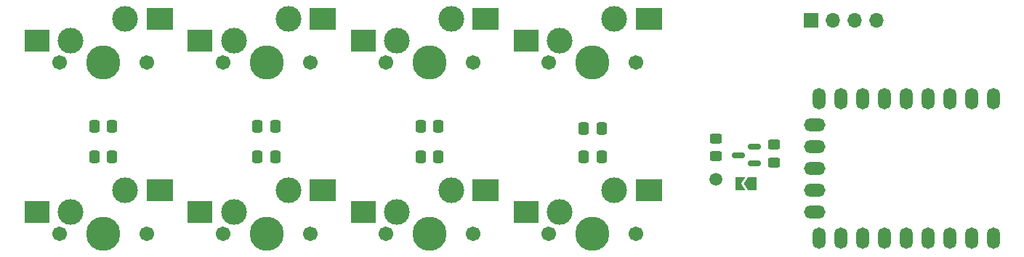
<source format=gbr>
%TF.GenerationSoftware,KiCad,Pcbnew,8.0.2*%
%TF.CreationDate,2024-06-01T03:16:03+02:00*%
%TF.ProjectId,Hellboard,48656c6c-626f-4617-9264-2e6b69636164,rev?*%
%TF.SameCoordinates,Original*%
%TF.FileFunction,Soldermask,Bot*%
%TF.FilePolarity,Negative*%
%FSLAX46Y46*%
G04 Gerber Fmt 4.6, Leading zero omitted, Abs format (unit mm)*
G04 Created by KiCad (PCBNEW 8.0.2) date 2024-06-01 03:16:03*
%MOMM*%
%LPD*%
G01*
G04 APERTURE LIST*
G04 Aperture macros list*
%AMRoundRect*
0 Rectangle with rounded corners*
0 $1 Rounding radius*
0 $2 $3 $4 $5 $6 $7 $8 $9 X,Y pos of 4 corners*
0 Add a 4 corners polygon primitive as box body*
4,1,4,$2,$3,$4,$5,$6,$7,$8,$9,$2,$3,0*
0 Add four circle primitives for the rounded corners*
1,1,$1+$1,$2,$3*
1,1,$1+$1,$4,$5*
1,1,$1+$1,$6,$7*
1,1,$1+$1,$8,$9*
0 Add four rect primitives between the rounded corners*
20,1,$1+$1,$2,$3,$4,$5,0*
20,1,$1+$1,$4,$5,$6,$7,0*
20,1,$1+$1,$6,$7,$8,$9,0*
20,1,$1+$1,$8,$9,$2,$3,0*%
%AMFreePoly0*
4,1,6,1.000000,0.000000,0.500000,-0.750000,-0.500000,-0.750000,-0.500000,0.750000,0.500000,0.750000,1.000000,0.000000,1.000000,0.000000,$1*%
%AMFreePoly1*
4,1,6,0.500000,-0.750000,-0.650000,-0.750000,-0.150000,0.000000,-0.650000,0.750000,0.500000,0.750000,0.500000,-0.750000,0.500000,-0.750000,$1*%
G04 Aperture macros list end*
%ADD10C,1.701800*%
%ADD11C,3.000000*%
%ADD12C,3.987800*%
%ADD13R,3.085000X2.500000*%
%ADD14R,2.915000X2.500000*%
%ADD15R,1.700000X1.700000*%
%ADD16O,1.700000X1.700000*%
%ADD17FreePoly0,180.000000*%
%ADD18FreePoly1,180.000000*%
%ADD19RoundRect,0.250000X-0.337500X-0.475000X0.337500X-0.475000X0.337500X0.475000X-0.337500X0.475000X0*%
%ADD20C,1.500000*%
%ADD21O,1.500000X2.500000*%
%ADD22O,2.500000X1.500000*%
%ADD23RoundRect,0.250000X-0.450000X0.325000X-0.450000X-0.325000X0.450000X-0.325000X0.450000X0.325000X0*%
%ADD24RoundRect,0.150000X0.587500X0.150000X-0.587500X0.150000X-0.587500X-0.150000X0.587500X-0.150000X0*%
G04 APERTURE END LIST*
D10*
%TO.C,D6*%
X68170000Y-72000000D03*
D11*
X69440000Y-69460000D03*
D12*
X73250000Y-72000000D03*
D11*
X75790000Y-66920000D03*
D10*
X78330000Y-72000000D03*
D13*
X79807500Y-66920000D03*
D14*
X65507500Y-69460000D03*
%TD*%
D10*
%TO.C,D8*%
X106170000Y-72000000D03*
D11*
X107440000Y-69460000D03*
D12*
X111250000Y-72000000D03*
D11*
X113790000Y-66920000D03*
D10*
X116330000Y-72000000D03*
D13*
X117807500Y-66920000D03*
D14*
X103507500Y-69460000D03*
%TD*%
D10*
%TO.C,D1*%
X106170000Y-52000000D03*
D11*
X107440000Y-49460000D03*
D12*
X111250000Y-52000000D03*
D11*
X113790000Y-46920000D03*
D10*
X116330000Y-52000000D03*
D13*
X117807500Y-46920000D03*
D14*
X103507500Y-49460000D03*
%TD*%
D15*
%TO.C,J1*%
X136700000Y-47100000D03*
D16*
X139240000Y-47100000D03*
X141780000Y-47100000D03*
X144320000Y-47100000D03*
%TD*%
D10*
%TO.C,D2*%
X87170000Y-52000000D03*
D11*
X88440000Y-49460000D03*
D12*
X92250000Y-52000000D03*
D11*
X94790000Y-46920000D03*
D10*
X97330000Y-52000000D03*
D13*
X98807500Y-46920000D03*
D14*
X84507500Y-49460000D03*
%TD*%
D10*
%TO.C,D3*%
X68170000Y-52000000D03*
D11*
X69440000Y-49460000D03*
D12*
X73250000Y-52000000D03*
D11*
X75790000Y-46920000D03*
D10*
X78330000Y-52000000D03*
D13*
X79807500Y-46920000D03*
D14*
X65507500Y-49460000D03*
%TD*%
D10*
%TO.C,D7*%
X87170000Y-72000000D03*
D11*
X88440000Y-69460000D03*
D12*
X92250000Y-72000000D03*
D11*
X94790000Y-66920000D03*
D10*
X97330000Y-72000000D03*
D13*
X98807500Y-66920000D03*
D14*
X84507500Y-69460000D03*
%TD*%
D10*
%TO.C,D4*%
X49170000Y-52000000D03*
D11*
X50440000Y-49460000D03*
D12*
X54250000Y-52000000D03*
D11*
X56790000Y-46920000D03*
D10*
X59330000Y-52000000D03*
D13*
X60807500Y-46920000D03*
D14*
X46507500Y-49460000D03*
%TD*%
D10*
%TO.C,D5*%
X49170000Y-72000000D03*
D11*
X50440000Y-69460000D03*
D12*
X54250000Y-72000000D03*
D11*
X56790000Y-66920000D03*
D10*
X59330000Y-72000000D03*
D13*
X60807500Y-66920000D03*
D14*
X46507500Y-69460000D03*
%TD*%
D17*
%TO.C,JP1*%
X129855000Y-66120000D03*
D18*
X128405000Y-66120000D03*
%TD*%
D19*
%TO.C,C5*%
X110212500Y-63000000D03*
X112287500Y-63000000D03*
%TD*%
%TO.C,C8*%
X53212500Y-63000000D03*
X55287500Y-63000000D03*
%TD*%
D20*
%TO.C,TP1*%
X125605000Y-65620000D03*
%TD*%
D21*
%TO.C,U1*%
X157950000Y-56250000D03*
X155410000Y-56250000D03*
X152870000Y-56250000D03*
X150330000Y-56250000D03*
X147790000Y-56250000D03*
X145250000Y-56250000D03*
X142710000Y-56250000D03*
X140170000Y-56250000D03*
X137630000Y-56250000D03*
D22*
X137130000Y-59290000D03*
X137130000Y-61830000D03*
X137130000Y-64370000D03*
X137130000Y-66910000D03*
X137130000Y-69450000D03*
D21*
X137630000Y-72490000D03*
X140170000Y-72490000D03*
X142710000Y-72490000D03*
X145250000Y-72490000D03*
X147790000Y-72490000D03*
X150330000Y-72490000D03*
X152870000Y-72490000D03*
X155410000Y-72490000D03*
X157950000Y-72490000D03*
%TD*%
D23*
%TO.C,R1*%
X125605000Y-60870000D03*
X125605000Y-62920000D03*
%TD*%
D19*
%TO.C,C1*%
X110212500Y-59750000D03*
X112287500Y-59750000D03*
%TD*%
D24*
%TO.C,Q1*%
X130105000Y-61870000D03*
X130105000Y-63770000D03*
X128230000Y-62820000D03*
%TD*%
D23*
%TO.C,R2*%
X132355000Y-61620000D03*
X132355000Y-63670000D03*
%TD*%
D19*
%TO.C,C3*%
X72212500Y-59500000D03*
X74287500Y-59500000D03*
%TD*%
%TO.C,C6*%
X91212500Y-63000000D03*
X93287500Y-63000000D03*
%TD*%
%TO.C,C2*%
X91212500Y-59500000D03*
X93287500Y-59500000D03*
%TD*%
%TO.C,C4*%
X53212500Y-59500000D03*
X55287500Y-59500000D03*
%TD*%
%TO.C,C7*%
X72212500Y-63000000D03*
X74287500Y-63000000D03*
%TD*%
M02*

</source>
